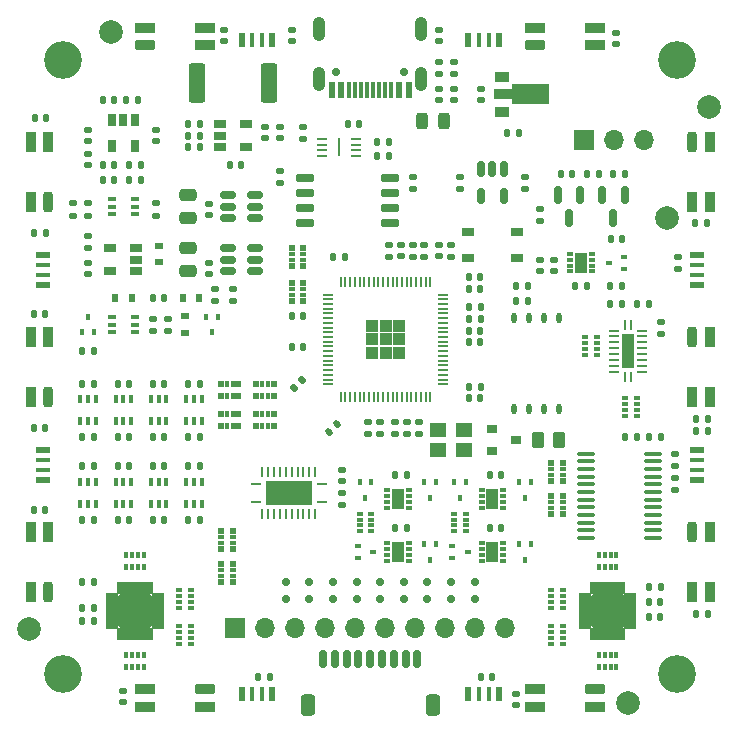
<source format=gts>
G04 #@! TF.GenerationSoftware,KiCad,Pcbnew,8.0.6*
G04 #@! TF.CreationDate,2024-11-01T16:37:01+01:00*
G04 #@! TF.ProjectId,7-REV0,372d5245-5630-42e6-9b69-6361645f7063,rev?*
G04 #@! TF.SameCoordinates,Original*
G04 #@! TF.FileFunction,Soldermask,Top*
G04 #@! TF.FilePolarity,Negative*
%FSLAX46Y46*%
G04 Gerber Fmt 4.6, Leading zero omitted, Abs format (unit mm)*
G04 Created by KiCad (PCBNEW 8.0.6) date 2024-11-01 16:37:01*
%MOMM*%
%LPD*%
G01*
G04 APERTURE LIST*
G04 Aperture macros list*
%AMRoundRect*
0 Rectangle with rounded corners*
0 $1 Rounding radius*
0 $2 $3 $4 $5 $6 $7 $8 $9 X,Y pos of 4 corners*
0 Add a 4 corners polygon primitive as box body*
4,1,4,$2,$3,$4,$5,$6,$7,$8,$9,$2,$3,0*
0 Add four circle primitives for the rounded corners*
1,1,$1+$1,$2,$3*
1,1,$1+$1,$4,$5*
1,1,$1+$1,$6,$7*
1,1,$1+$1,$8,$9*
0 Add four rect primitives between the rounded corners*
20,1,$1+$1,$2,$3,$4,$5,0*
20,1,$1+$1,$4,$5,$6,$7,0*
20,1,$1+$1,$6,$7,$8,$9,0*
20,1,$1+$1,$8,$9,$2,$3,0*%
%AMFreePoly0*
4,1,5,0.215000,-0.575000,-0.215000,-0.575000,-0.215000,0.575000,0.215000,0.575000,0.215000,-0.575000,0.215000,-0.575000,$1*%
%AMFreePoly1*
4,1,9,3.862500,-0.866500,0.737500,-0.866500,0.737500,-0.450000,-0.737500,-0.450000,-0.737500,0.450000,0.737500,0.450000,0.737500,0.866500,3.862500,0.866500,3.862500,-0.866500,3.862500,-0.866500,$1*%
G04 Aperture macros list end*
%ADD10R,1.700000X0.820000*%
%ADD11RoundRect,0.205000X0.645000X0.205000X-0.645000X0.205000X-0.645000X-0.205000X0.645000X-0.205000X0*%
%ADD12RoundRect,0.205000X-0.645000X-0.205000X0.645000X-0.205000X0.645000X0.205000X-0.645000X0.205000X0*%
%ADD13R,0.820000X1.700000*%
%ADD14RoundRect,0.205000X-0.205000X0.645000X-0.205000X-0.645000X0.205000X-0.645000X0.205000X0.645000X0*%
%ADD15RoundRect,0.205000X0.205000X-0.645000X0.205000X0.645000X-0.205000X0.645000X-0.205000X-0.645000X0*%
%ADD16RoundRect,0.147500X-0.147500X-0.172500X0.147500X-0.172500X0.147500X0.172500X-0.147500X0.172500X0*%
%ADD17RoundRect,0.147500X0.147500X0.172500X-0.147500X0.172500X-0.147500X-0.172500X0.147500X-0.172500X0*%
%ADD18RoundRect,0.140000X-0.140000X-0.170000X0.140000X-0.170000X0.140000X0.170000X-0.140000X0.170000X0*%
%ADD19RoundRect,0.147500X0.172500X-0.147500X0.172500X0.147500X-0.172500X0.147500X-0.172500X-0.147500X0*%
%ADD20RoundRect,0.147500X-0.017678X0.226274X-0.226274X0.017678X0.017678X-0.226274X0.226274X-0.017678X0*%
%ADD21C,3.200000*%
%ADD22R,0.400000X0.650000*%
%ADD23RoundRect,0.243750X0.243750X0.456250X-0.243750X0.456250X-0.243750X-0.456250X0.243750X-0.456250X0*%
%ADD24RoundRect,0.140000X0.140000X0.170000X-0.140000X0.170000X-0.140000X-0.170000X0.140000X-0.170000X0*%
%ADD25RoundRect,0.140000X0.170000X-0.140000X0.170000X0.140000X-0.170000X0.140000X-0.170000X-0.140000X0*%
%ADD26RoundRect,0.147500X-0.172500X0.147500X-0.172500X-0.147500X0.172500X-0.147500X0.172500X0.147500X0*%
%ADD27RoundRect,0.135000X0.135000X0.185000X-0.135000X0.185000X-0.135000X-0.185000X0.135000X-0.185000X0*%
%ADD28RoundRect,0.140000X-0.170000X0.140000X-0.170000X-0.140000X0.170000X-0.140000X0.170000X0.140000X0*%
%ADD29RoundRect,0.030000X0.200000X-0.250000X0.200000X0.250000X-0.200000X0.250000X-0.200000X-0.250000X0*%
%ADD30RoundRect,0.030000X0.150000X-0.250000X0.150000X0.250000X-0.150000X0.250000X-0.150000X-0.250000X0*%
%ADD31RoundRect,0.249998X-0.262502X-0.450002X0.262502X-0.450002X0.262502X0.450002X-0.262502X0.450002X0*%
%ADD32RoundRect,0.150000X-0.650000X-0.150000X0.650000X-0.150000X0.650000X0.150000X-0.650000X0.150000X0*%
%ADD33C,2.000000*%
%ADD34R,1.700000X1.700000*%
%ADD35O,1.700000X1.700000*%
%ADD36RoundRect,0.135000X-0.185000X0.135000X-0.185000X-0.135000X0.185000X-0.135000X0.185000X0.135000X0*%
%ADD37RoundRect,0.150000X-0.150000X-0.625000X0.150000X-0.625000X0.150000X0.625000X-0.150000X0.625000X0*%
%ADD38RoundRect,0.249999X-0.350001X-0.650001X0.350001X-0.650001X0.350001X0.650001X-0.350001X0.650001X0*%
%ADD39RoundRect,0.062500X-0.062500X-0.350000X0.062500X-0.350000X0.062500X0.350000X-0.062500X0.350000X0*%
%ADD40RoundRect,0.062500X-0.350000X-0.062500X0.350000X-0.062500X0.350000X0.062500X-0.350000X0.062500X0*%
%ADD41R,1.000000X3.000000*%
%ADD42R,1.400000X1.200000*%
%ADD43R,0.900000X0.800000*%
%ADD44R,1.050000X0.650000*%
%ADD45R,0.700000X0.600000*%
%ADD46RoundRect,0.135000X0.185000X-0.135000X0.185000X0.135000X-0.185000X0.135000X-0.185000X-0.135000X0*%
%ADD47RoundRect,0.249999X0.450001X1.425001X-0.450001X1.425001X-0.450001X-1.425001X0.450001X-1.425001X0*%
%ADD48R,0.400000X0.510000*%
%ADD49R,0.650000X1.060000*%
%ADD50R,0.650000X0.400000*%
%ADD51R,0.600000X0.700000*%
%ADD52RoundRect,0.030000X0.250000X0.200000X-0.250000X0.200000X-0.250000X-0.200000X0.250000X-0.200000X0*%
%ADD53RoundRect,0.030000X0.250000X0.150000X-0.250000X0.150000X-0.250000X-0.150000X0.250000X-0.150000X0*%
%ADD54RoundRect,0.100000X-0.637500X-0.100000X0.637500X-0.100000X0.637500X0.100000X-0.637500X0.100000X0*%
%ADD55RoundRect,0.135000X-0.135000X-0.185000X0.135000X-0.185000X0.135000X0.185000X-0.135000X0.185000X0*%
%ADD56RoundRect,0.030000X-0.250000X-0.200000X0.250000X-0.200000X0.250000X0.200000X-0.250000X0.200000X0*%
%ADD57RoundRect,0.030000X-0.250000X-0.150000X0.250000X-0.150000X0.250000X0.150000X-0.250000X0.150000X0*%
%ADD58C,0.700000*%
%ADD59R,0.600000X1.450000*%
%ADD60R,0.300000X1.450000*%
%ADD61O,1.050000X2.100000*%
%ADD62FreePoly0,90.000000*%
%ADD63R,1.150000X0.430000*%
%ADD64FreePoly0,0.000000*%
%ADD65R,0.430000X1.150000*%
%ADD66FreePoly0,270.000000*%
%ADD67FreePoly0,180.000000*%
%ADD68R,0.500000X0.400000*%
%ADD69R,0.500000X0.300000*%
%ADD70R,1.300000X0.900000*%
%ADD71FreePoly1,0.000000*%
%ADD72R,1.060000X0.650000*%
%ADD73RoundRect,0.202500X0.022500X-0.247500X0.022500X0.247500X-0.022500X0.247500X-0.022500X-0.247500X0*%
%ADD74RoundRect,0.100000X0.100000X-0.155000X0.100000X0.155000X-0.100000X0.155000X-0.100000X-0.155000X0*%
%ADD75R,0.400000X0.500000*%
%ADD76R,0.300000X0.500000*%
%ADD77R,1.050000X1.750000*%
%ADD78R,0.900000X0.290000*%
%ADD79R,0.290000X0.900000*%
%ADD80R,4.000000X2.000000*%
%ADD81RoundRect,0.100000X0.155000X0.100000X-0.155000X0.100000X-0.155000X-0.100000X0.155000X-0.100000X0*%
%ADD82RoundRect,0.150000X-0.200000X0.150000X-0.200000X-0.150000X0.200000X-0.150000X0.200000X0.150000X0*%
%ADD83RoundRect,0.140000X-0.021213X0.219203X-0.219203X0.021213X0.021213X-0.219203X0.219203X-0.021213X0*%
%ADD84RoundRect,0.150000X-0.512500X-0.150000X0.512500X-0.150000X0.512500X0.150000X-0.512500X0.150000X0*%
%ADD85RoundRect,0.250000X0.475000X-0.250000X0.475000X0.250000X-0.475000X0.250000X-0.475000X-0.250000X0*%
%ADD86RoundRect,0.055000X0.335000X-0.055000X0.335000X0.055000X-0.335000X0.055000X-0.335000X-0.055000X0*%
%ADD87RoundRect,0.055000X-0.055000X-0.335000X0.055000X-0.335000X0.055000X0.335000X-0.055000X0.335000X0*%
%ADD88C,0.600000*%
%ADD89R,1.133333X1.133333*%
%ADD90RoundRect,0.059250X0.177750X-0.472750X0.177750X0.472750X-0.177750X0.472750X-0.177750X-0.472750X0*%
%ADD91RoundRect,0.059250X0.472750X-0.177750X0.472750X0.177750X-0.472750X0.177750X-0.472750X-0.177750X0*%
%ADD92RoundRect,0.102000X1.300000X-1.300000X1.300000X1.300000X-1.300000X1.300000X-1.300000X-1.300000X0*%
%ADD93RoundRect,0.100000X-0.155000X-0.100000X0.155000X-0.100000X0.155000X0.100000X-0.155000X0.100000X0*%
%ADD94RoundRect,0.150000X-0.150000X0.587500X-0.150000X-0.587500X0.150000X-0.587500X0.150000X0.587500X0*%
%ADD95RoundRect,0.150000X-0.150000X0.512500X-0.150000X-0.512500X0.150000X-0.512500X0.150000X0.512500X0*%
%ADD96RoundRect,0.059250X-0.177750X0.472750X-0.177750X-0.472750X0.177750X-0.472750X0.177750X0.472750X0*%
%ADD97RoundRect,0.059250X-0.472750X0.177750X-0.472750X-0.177750X0.472750X-0.177750X0.472750X0.177750X0*%
%ADD98RoundRect,0.102000X-1.300000X1.300000X-1.300000X-1.300000X1.300000X-1.300000X1.300000X1.300000X0*%
%ADD99RoundRect,0.062500X-0.387500X-0.062500X0.387500X-0.062500X0.387500X0.062500X-0.387500X0.062500X0*%
%ADD100R,0.200000X1.600000*%
G04 APERTURE END LIST*
D10*
X115950000Y-61350000D03*
X115950000Y-62850000D03*
D11*
X110850000Y-62850000D03*
D10*
X110850000Y-61350000D03*
X143850000Y-118850000D03*
X143850000Y-117350000D03*
D12*
X148950000Y-117350000D03*
D10*
X148950000Y-118850000D03*
D13*
X101150000Y-104050000D03*
X102650000Y-104050000D03*
D14*
X102650000Y-109150000D03*
D13*
X101150000Y-109150000D03*
D10*
X148950000Y-61350000D03*
X148950000Y-62850000D03*
D11*
X143850000Y-62850000D03*
D10*
X143850000Y-61350000D03*
D13*
X158650000Y-76150000D03*
X157150000Y-76150000D03*
D15*
X157150000Y-71050000D03*
D13*
X158650000Y-71050000D03*
D10*
X110850000Y-118850000D03*
X110850000Y-117350000D03*
D12*
X115950000Y-117350000D03*
D10*
X115950000Y-118850000D03*
D13*
X101150000Y-71050000D03*
X102650000Y-71050000D03*
D14*
X102650000Y-76150000D03*
D13*
X101150000Y-76150000D03*
X101150000Y-87550000D03*
X102650000Y-87550000D03*
D14*
X102650000Y-92650000D03*
D13*
X101150000Y-92650000D03*
D16*
X141515000Y-70250000D03*
X142485000Y-70250000D03*
X111515000Y-98500000D03*
X112485000Y-98500000D03*
X105515000Y-98500000D03*
X106485000Y-98500000D03*
D17*
X112485000Y-103000000D03*
X111515000Y-103000000D03*
X106485000Y-96000000D03*
X105515000Y-96000000D03*
X154485000Y-96000000D03*
X153515000Y-96000000D03*
D16*
X114515000Y-98500000D03*
X115485000Y-98500000D03*
X108515000Y-98500000D03*
X109485000Y-98500000D03*
X138265000Y-82500000D03*
X139235000Y-82500000D03*
D18*
X138270000Y-83500000D03*
X139230000Y-83500000D03*
D19*
X131500000Y-80735000D03*
X131500000Y-79765000D03*
D20*
X124142947Y-91157053D03*
X123457053Y-91842947D03*
D21*
X155900000Y-116100000D03*
D16*
X138265000Y-88000000D03*
X139235000Y-88000000D03*
X130515000Y-72250000D03*
X131485000Y-72250000D03*
D21*
X155900000Y-64100000D03*
D19*
X133000000Y-95735000D03*
X133000000Y-94765000D03*
D18*
X138270000Y-87000000D03*
X139230000Y-87000000D03*
D21*
X103900000Y-64100000D03*
X103900000Y-116100000D03*
D22*
X106650000Y-92800000D03*
X106000000Y-92800000D03*
X105350000Y-92800000D03*
X105350000Y-94700000D03*
X106000000Y-94700000D03*
X106650000Y-94700000D03*
X115650000Y-92800000D03*
X115000000Y-92800000D03*
X114350000Y-92800000D03*
X114350000Y-94700000D03*
X115000000Y-94700000D03*
X115650000Y-94700000D03*
X106650000Y-99800000D03*
X106000000Y-99800000D03*
X105350000Y-99800000D03*
X105350000Y-101700000D03*
X106000000Y-101700000D03*
X106650000Y-101700000D03*
X112650000Y-99800000D03*
X112000000Y-99800000D03*
X111350000Y-99800000D03*
X111350000Y-101700000D03*
X112000000Y-101700000D03*
X112650000Y-101700000D03*
D19*
X133500000Y-80735000D03*
X133500000Y-79765000D03*
X134500000Y-80735000D03*
X134500000Y-79765000D03*
X137000000Y-65265000D03*
X137000000Y-64295000D03*
D23*
X136187500Y-69250000D03*
X134312500Y-69250000D03*
D18*
X157420000Y-77900000D03*
X158380000Y-77900000D03*
D24*
X102430000Y-78700000D03*
X101470000Y-78700000D03*
D25*
X135750000Y-62480000D03*
X135750000Y-61520000D03*
D24*
X102480000Y-69000000D03*
X101520000Y-69000000D03*
X102380000Y-85600000D03*
X101420000Y-85600000D03*
X102380000Y-95250000D03*
X101420000Y-95250000D03*
D25*
X150750000Y-62730000D03*
X150750000Y-61770000D03*
X123250000Y-62480000D03*
X123250000Y-61520000D03*
D26*
X134000000Y-94765000D03*
X134000000Y-95735000D03*
D27*
X143260000Y-83250000D03*
X142240000Y-83250000D03*
D28*
X133500000Y-74020000D03*
X133500000Y-74980000D03*
X135750000Y-66520000D03*
X135750000Y-67480000D03*
X137000000Y-66520000D03*
X137000000Y-67480000D03*
D24*
X124230000Y-85800000D03*
X123270000Y-85800000D03*
D29*
X117250000Y-95050000D03*
D30*
X117750000Y-95050000D03*
X118250000Y-95050000D03*
D29*
X118750000Y-95050000D03*
X118750000Y-94050000D03*
D30*
X118250000Y-94050000D03*
X117750000Y-94050000D03*
D29*
X117250000Y-94050000D03*
D31*
X144087500Y-96250000D03*
X145912500Y-96250000D03*
D29*
X120250000Y-95050000D03*
D30*
X120750000Y-95050000D03*
X121250000Y-95050000D03*
D29*
X121750000Y-95050000D03*
X121750000Y-94050000D03*
D30*
X121250000Y-94050000D03*
X120750000Y-94050000D03*
D29*
X120250000Y-94050000D03*
D32*
X124400000Y-74095000D03*
X124400000Y-75365000D03*
X124400000Y-76635000D03*
X124400000Y-77905000D03*
X131600000Y-77905000D03*
X131600000Y-76635000D03*
X131600000Y-75365000D03*
X131600000Y-74095000D03*
D33*
X158600000Y-68050000D03*
X101050000Y-112300000D03*
D28*
X142250000Y-117770000D03*
X142250000Y-118730000D03*
D24*
X102380000Y-102200000D03*
X101420000Y-102200000D03*
X140230000Y-116332000D03*
X139270000Y-116332000D03*
X121384000Y-116332000D03*
X120424000Y-116332000D03*
D28*
X109000000Y-117520000D03*
X109000000Y-118480000D03*
D25*
X139250000Y-67480000D03*
X139250000Y-66520000D03*
D34*
X148010000Y-70850000D03*
D35*
X150550000Y-70850000D03*
X153090000Y-70850000D03*
D36*
X122250000Y-73490000D03*
X122250000Y-74510000D03*
D33*
X108000000Y-61750000D03*
X155000000Y-77500000D03*
X151750000Y-118500000D03*
D18*
X157520000Y-111000000D03*
X158480000Y-111000000D03*
D19*
X135750000Y-65265000D03*
X135750000Y-64295000D03*
D37*
X125900000Y-114820000D03*
X126900000Y-114820000D03*
X127900000Y-114820000D03*
X128900000Y-114820000D03*
X129900000Y-114820000D03*
X130900000Y-114820000D03*
X131900000Y-114820000D03*
X132900000Y-114820000D03*
X133900000Y-114820000D03*
D38*
X124600000Y-118695000D03*
X135200000Y-118695000D03*
D39*
X151500000Y-86562500D03*
D40*
X150562500Y-87000000D03*
X150562500Y-87500000D03*
X150562500Y-88000000D03*
X150562500Y-88500000D03*
X150562500Y-89000000D03*
X150562500Y-89500000D03*
X150562500Y-90000000D03*
X150562500Y-90500000D03*
D39*
X151500000Y-90937500D03*
X152000000Y-90937500D03*
D40*
X152937500Y-90500000D03*
X152937500Y-90000000D03*
X152937500Y-89500000D03*
X152937500Y-89000000D03*
X152937500Y-88500000D03*
X152937500Y-88000000D03*
X152937500Y-87500000D03*
X152937500Y-87000000D03*
D39*
X152000000Y-86562500D03*
D41*
X151750000Y-88750000D03*
D42*
X135650000Y-97100000D03*
X137850000Y-97100000D03*
X137850000Y-95400000D03*
X135650000Y-95400000D03*
D26*
X145500000Y-81015000D03*
X145500000Y-81985000D03*
X129750000Y-94765000D03*
X129750000Y-95735000D03*
D43*
X140250000Y-95300000D03*
X140250000Y-97200000D03*
X142250000Y-96250000D03*
D26*
X130750000Y-94765000D03*
X130750000Y-95735000D03*
D44*
X142325000Y-80825000D03*
X138175000Y-80825000D03*
X142325000Y-78675000D03*
X138175000Y-78675000D03*
D45*
X112000000Y-81200000D03*
X112000000Y-79800000D03*
D18*
X157520000Y-95500000D03*
X158480000Y-95500000D03*
D26*
X121000000Y-69765000D03*
X121000000Y-70735000D03*
D19*
X122250000Y-70735000D03*
X122250000Y-69765000D03*
X106000000Y-70985000D03*
X106000000Y-70015000D03*
D46*
X111500000Y-87010000D03*
X111500000Y-85990000D03*
D36*
X112750000Y-85990000D03*
X112750000Y-87010000D03*
D17*
X112485000Y-84250000D03*
X111515000Y-84250000D03*
D16*
X105515000Y-88750000D03*
X106485000Y-88750000D03*
D46*
X111750000Y-77260000D03*
X111750000Y-76240000D03*
D36*
X104750000Y-76240000D03*
X104750000Y-77260000D03*
X106000000Y-76240000D03*
X106000000Y-77260000D03*
D24*
X110230000Y-67500000D03*
X109270000Y-67500000D03*
D19*
X106000000Y-72985000D03*
X106000000Y-72015000D03*
D17*
X118985000Y-73000000D03*
X118015000Y-73000000D03*
D47*
X121300000Y-66000000D03*
X115200000Y-66000000D03*
D17*
X115485000Y-69500000D03*
X114515000Y-69500000D03*
X115485000Y-70500000D03*
X114515000Y-70500000D03*
D16*
X109515000Y-74250000D03*
X110485000Y-74250000D03*
X107265000Y-74250000D03*
X108235000Y-74250000D03*
D19*
X106000000Y-82235000D03*
X106000000Y-81265000D03*
D17*
X115485000Y-71500000D03*
X114515000Y-71500000D03*
D36*
X106000000Y-78990000D03*
X106000000Y-80010000D03*
D25*
X117500000Y-62480000D03*
X117500000Y-61520000D03*
D48*
X105500000Y-87145000D03*
X106500000Y-87145000D03*
X106000000Y-85855000D03*
D46*
X118250000Y-84510000D03*
X118250000Y-83490000D03*
X116750000Y-84510000D03*
X116750000Y-83490000D03*
D25*
X111750000Y-70980000D03*
X111750000Y-70020000D03*
D16*
X107265000Y-67500000D03*
X108235000Y-67500000D03*
D49*
X109950000Y-69150000D03*
X109000000Y-69150000D03*
X108050000Y-69150000D03*
X108050000Y-71350000D03*
X109950000Y-71350000D03*
D50*
X109950000Y-77150000D03*
X109950000Y-76500000D03*
X109950000Y-75850000D03*
X108050000Y-75850000D03*
X108050000Y-76500000D03*
X108050000Y-77150000D03*
X109950000Y-87150000D03*
X109950000Y-86500000D03*
X109950000Y-85850000D03*
X108050000Y-85850000D03*
X108050000Y-86500000D03*
X108050000Y-87150000D03*
D51*
X108300000Y-84250000D03*
X109700000Y-84250000D03*
D52*
X118250000Y-105500000D03*
D53*
X118250000Y-105000000D03*
X118250000Y-104500000D03*
D52*
X118250000Y-104000000D03*
X117250000Y-104000000D03*
D53*
X117250000Y-104500000D03*
X117250000Y-105000000D03*
D52*
X117250000Y-105500000D03*
D54*
X148137500Y-97425000D03*
X148137500Y-98075000D03*
X148137500Y-98725000D03*
X148137500Y-99375000D03*
X148137500Y-100025000D03*
X148137500Y-100675000D03*
X148137500Y-101325000D03*
X148137500Y-101975000D03*
X148137500Y-102625000D03*
X148137500Y-103275000D03*
X148137500Y-103925000D03*
X148137500Y-104575000D03*
X153862500Y-104575000D03*
X153862500Y-103925000D03*
X153862500Y-103275000D03*
X153862500Y-102625000D03*
X153862500Y-101975000D03*
X153862500Y-101325000D03*
X153862500Y-100675000D03*
X153862500Y-100025000D03*
X153862500Y-99375000D03*
X153862500Y-98725000D03*
X153862500Y-98075000D03*
X153862500Y-97425000D03*
D22*
X109650000Y-99800000D03*
X109000000Y-99800000D03*
X108350000Y-99800000D03*
X108350000Y-101700000D03*
X109000000Y-101700000D03*
X109650000Y-101700000D03*
D17*
X106485000Y-103000000D03*
X105515000Y-103000000D03*
D55*
X138240000Y-91750000D03*
X139260000Y-91750000D03*
D17*
X109485000Y-103000000D03*
X108515000Y-103000000D03*
D56*
X123250000Y-80000000D03*
D57*
X123250000Y-80500000D03*
X123250000Y-81000000D03*
D56*
X123250000Y-81500000D03*
X124250000Y-81500000D03*
D57*
X124250000Y-81000000D03*
X124250000Y-80500000D03*
D56*
X124250000Y-80000000D03*
D24*
X153480000Y-84750000D03*
X152520000Y-84750000D03*
D22*
X112650000Y-92800000D03*
X112000000Y-92800000D03*
X111350000Y-92800000D03*
X111350000Y-94700000D03*
X112000000Y-94700000D03*
X112650000Y-94700000D03*
D56*
X123250000Y-83000000D03*
D57*
X123250000Y-83500000D03*
X123250000Y-84000000D03*
D56*
X123250000Y-84500000D03*
X124250000Y-84500000D03*
D57*
X124250000Y-84000000D03*
X124250000Y-83500000D03*
D56*
X124250000Y-83000000D03*
D29*
X117250000Y-92500000D03*
D30*
X117750000Y-92500000D03*
X118250000Y-92500000D03*
D29*
X118750000Y-92500000D03*
X118750000Y-91500000D03*
D30*
X118250000Y-91500000D03*
X117750000Y-91500000D03*
D29*
X117250000Y-91500000D03*
D22*
X109650000Y-92800000D03*
X109000000Y-92800000D03*
X108350000Y-92800000D03*
X108350000Y-94700000D03*
X109000000Y-94700000D03*
X109650000Y-94700000D03*
D17*
X112485000Y-96000000D03*
X111515000Y-96000000D03*
D16*
X114515000Y-91500000D03*
X115485000Y-91500000D03*
X105515000Y-91500000D03*
X106485000Y-91500000D03*
X108515000Y-91500000D03*
X109485000Y-91500000D03*
D17*
X109485000Y-96000000D03*
X108515000Y-96000000D03*
D16*
X111515000Y-91500000D03*
X112485000Y-91500000D03*
D29*
X120250000Y-92550000D03*
D30*
X120750000Y-92550000D03*
X121250000Y-92550000D03*
D29*
X121750000Y-92550000D03*
X121750000Y-91550000D03*
D30*
X121250000Y-91550000D03*
X120750000Y-91550000D03*
D29*
X120250000Y-91550000D03*
D22*
X115650000Y-99800000D03*
X115000000Y-99800000D03*
X114350000Y-99800000D03*
X114350000Y-101700000D03*
X115000000Y-101700000D03*
X115650000Y-101700000D03*
D13*
X158650000Y-109150000D03*
X157150000Y-109150000D03*
D15*
X157150000Y-104050000D03*
D13*
X158650000Y-104050000D03*
D58*
X132790000Y-65150000D03*
X127010000Y-65150000D03*
D59*
X133150000Y-66595000D03*
X132350000Y-66595000D03*
D60*
X131150000Y-66595000D03*
X130150000Y-66595000D03*
X129650000Y-66595000D03*
X128650000Y-66595000D03*
D59*
X126650000Y-66595000D03*
X127450000Y-66595000D03*
D60*
X128150000Y-66595000D03*
X129150000Y-66595000D03*
X130650000Y-66595000D03*
X131650000Y-66595000D03*
D61*
X134220000Y-65680000D03*
X125580000Y-65680000D03*
X134220000Y-61500000D03*
X125580000Y-61500000D03*
D17*
X115485000Y-103000000D03*
X114515000Y-103000000D03*
D62*
X157575000Y-97075000D03*
D63*
X157575000Y-97925000D03*
X157575000Y-98775000D03*
D62*
X157575000Y-99625000D03*
D64*
X140775000Y-117775000D03*
D65*
X139925000Y-117775000D03*
X139075000Y-117775000D03*
D64*
X138225000Y-117775000D03*
X121575000Y-117775000D03*
D65*
X120725000Y-117775000D03*
X119875000Y-117775000D03*
D64*
X119025000Y-117775000D03*
D66*
X102225000Y-99625000D03*
D63*
X102225000Y-98775000D03*
X102225000Y-97925000D03*
D66*
X102225000Y-97075000D03*
X102225000Y-83125000D03*
D63*
X102225000Y-82275000D03*
X102225000Y-81425000D03*
D66*
X102225000Y-80575000D03*
D67*
X119025000Y-62425000D03*
D65*
X119875000Y-62425000D03*
X120725000Y-62425000D03*
D67*
X121575000Y-62425000D03*
X138225000Y-62425000D03*
D65*
X139075000Y-62425000D03*
X139925000Y-62425000D03*
D67*
X140775000Y-62425000D03*
D68*
X151500000Y-92750000D03*
D69*
X151500000Y-93250000D03*
X151500000Y-93750000D03*
D68*
X151500000Y-94250000D03*
X152500000Y-94250000D03*
D69*
X152500000Y-93750000D03*
X152500000Y-93250000D03*
D68*
X152500000Y-92750000D03*
D52*
X118250000Y-108250000D03*
D53*
X118250000Y-107750000D03*
X118250000Y-107250000D03*
D52*
X118250000Y-106750000D03*
X117250000Y-106750000D03*
D53*
X117250000Y-107250000D03*
X117250000Y-107750000D03*
D52*
X117250000Y-108250000D03*
D17*
X115485000Y-96000000D03*
X114515000Y-96000000D03*
D51*
X114050000Y-84250000D03*
X115450000Y-84250000D03*
D48*
X117000000Y-85855000D03*
X116000000Y-85855000D03*
X116500000Y-87145000D03*
D70*
X141100000Y-65500000D03*
D71*
X141187500Y-67000000D03*
D70*
X141100000Y-68500000D03*
D24*
X110480000Y-73000000D03*
X109520000Y-73000000D03*
D17*
X108235000Y-73000000D03*
X107265000Y-73000000D03*
D45*
X114250000Y-85800000D03*
X114250000Y-87200000D03*
D72*
X110100000Y-81950000D03*
X110100000Y-81000000D03*
X110100000Y-80050000D03*
X107900000Y-80050000D03*
X107900000Y-81950000D03*
D52*
X146250000Y-102500000D03*
D53*
X146250000Y-102000000D03*
X146250000Y-101500000D03*
D52*
X146250000Y-101000000D03*
X145250000Y-101000000D03*
D53*
X145250000Y-101500000D03*
X145250000Y-102000000D03*
D52*
X145250000Y-102500000D03*
X146250000Y-99750000D03*
D53*
X146250000Y-99250000D03*
X146250000Y-98750000D03*
D52*
X146250000Y-98250000D03*
X145250000Y-98250000D03*
D53*
X145250000Y-98750000D03*
X145250000Y-99250000D03*
D52*
X145250000Y-99750000D03*
D72*
X117150000Y-69550000D03*
X117150000Y-70500000D03*
X117150000Y-71450000D03*
X119350000Y-71450000D03*
X119350000Y-69550000D03*
D26*
X144250000Y-81015000D03*
X144250000Y-81985000D03*
D18*
X157520000Y-94500000D03*
X158480000Y-94500000D03*
D13*
X158650000Y-92650000D03*
X157150000Y-92650000D03*
D15*
X157150000Y-87550000D03*
D13*
X158650000Y-87550000D03*
D18*
X142270000Y-84500000D03*
X143230000Y-84500000D03*
D73*
X142095000Y-93600000D03*
X143365000Y-93600000D03*
X144635000Y-93600000D03*
X145905000Y-93600000D03*
X145905000Y-85900000D03*
X144635000Y-85900000D03*
X143365000Y-85900000D03*
X142095000Y-85900000D03*
D46*
X154500000Y-87260000D03*
X154500000Y-86240000D03*
D27*
X139260000Y-86000000D03*
X138240000Y-86000000D03*
D74*
X135500000Y-99855000D03*
X134500000Y-99855000D03*
X135000000Y-101145000D03*
D18*
X105520000Y-110500000D03*
X106480000Y-110500000D03*
D62*
X157575000Y-80575000D03*
D63*
X157575000Y-81425000D03*
X157575000Y-82275000D03*
D62*
X157575000Y-83125000D03*
D27*
X106510000Y-108250000D03*
X105490000Y-108250000D03*
D24*
X148230000Y-83250000D03*
X147270000Y-83250000D03*
D28*
X155956000Y-80800000D03*
X155956000Y-81760000D03*
D24*
X127730000Y-80800000D03*
X126770000Y-80800000D03*
D75*
X150750000Y-106000000D03*
D76*
X150250000Y-106000000D03*
X149750000Y-106000000D03*
D75*
X149250000Y-106000000D03*
X149250000Y-107000000D03*
D76*
X149750000Y-107000000D03*
X150250000Y-107000000D03*
D75*
X150750000Y-107000000D03*
D55*
X151490000Y-96000000D03*
X152510000Y-96000000D03*
D74*
X138000000Y-99855000D03*
X137000000Y-99855000D03*
X137500000Y-101145000D03*
D46*
X132000000Y-95760000D03*
X132000000Y-94740000D03*
D69*
X148650000Y-82000000D03*
X148650000Y-81500000D03*
X148650000Y-81000000D03*
X148650000Y-80500000D03*
X146850000Y-80500000D03*
X146850000Y-81000000D03*
X146850000Y-81500000D03*
X146850000Y-82000000D03*
D77*
X147750000Y-81250000D03*
D25*
X116250000Y-77230000D03*
X116250000Y-76270000D03*
D28*
X137500000Y-74020000D03*
X137500000Y-74980000D03*
D74*
X143500000Y-105105000D03*
X142500000Y-105105000D03*
X143000000Y-106395000D03*
D25*
X127500000Y-101730000D03*
X127500000Y-100770000D03*
D18*
X140020000Y-99250000D03*
X140980000Y-99250000D03*
D68*
X146250000Y-113500000D03*
D69*
X146250000Y-113000000D03*
X146250000Y-112500000D03*
D68*
X146250000Y-112000000D03*
X145250000Y-112000000D03*
D69*
X145250000Y-112500000D03*
X145250000Y-113000000D03*
D68*
X145250000Y-113500000D03*
D28*
X127500000Y-98770000D03*
X127500000Y-99730000D03*
D78*
X125800000Y-100000000D03*
D79*
X125250000Y-98950000D03*
X124750000Y-98950000D03*
X124250000Y-98950000D03*
X123750000Y-98950000D03*
X123250000Y-98950000D03*
X122750000Y-98950000D03*
X122250000Y-98950000D03*
X121750000Y-98950000D03*
X121250000Y-98950000D03*
X120750000Y-98950000D03*
D78*
X120200000Y-100000000D03*
X120200000Y-101500000D03*
D79*
X120750000Y-102550000D03*
X121250000Y-102550000D03*
X121750000Y-102550000D03*
X122250000Y-102550000D03*
X122750000Y-102550000D03*
X123250000Y-102550000D03*
X123750000Y-102550000D03*
X124250000Y-102550000D03*
X124750000Y-102550000D03*
X125250000Y-102550000D03*
D78*
X125800000Y-101500000D03*
D80*
X123000000Y-100750000D03*
D81*
X136855000Y-105250000D03*
X136855000Y-106250000D03*
X138145000Y-105750000D03*
D24*
X146980000Y-73750000D03*
X146020000Y-73750000D03*
D18*
X150270000Y-79250000D03*
X151230000Y-79250000D03*
D68*
X145250000Y-109000000D03*
D69*
X145250000Y-109500000D03*
X145250000Y-110000000D03*
D68*
X145250000Y-110500000D03*
X146250000Y-110500000D03*
D69*
X146250000Y-110000000D03*
X146250000Y-109500000D03*
D68*
X146250000Y-109000000D03*
D55*
X150490000Y-73750000D03*
X151510000Y-73750000D03*
D25*
X143000000Y-74980000D03*
X143000000Y-74020000D03*
D74*
X130000000Y-99855000D03*
X129000000Y-99855000D03*
X129500000Y-101145000D03*
D36*
X124250000Y-69740000D03*
X124250000Y-70760000D03*
D82*
X124750000Y-109700000D03*
X124750000Y-108300000D03*
D68*
X114750000Y-113500000D03*
D69*
X114750000Y-113000000D03*
X114750000Y-112500000D03*
D68*
X114750000Y-112000000D03*
X113750000Y-112000000D03*
D69*
X113750000Y-112500000D03*
X113750000Y-113000000D03*
D68*
X113750000Y-113500000D03*
D24*
X124230000Y-88400000D03*
X123270000Y-88400000D03*
D27*
X149260000Y-73750000D03*
X148240000Y-73750000D03*
D83*
X127089411Y-94910589D03*
X126410589Y-95589411D03*
D74*
X143500000Y-99855000D03*
X142500000Y-99855000D03*
X143000000Y-101145000D03*
D84*
X117862500Y-75550000D03*
X117862500Y-76500000D03*
X117862500Y-77450000D03*
X120137500Y-77450000D03*
X120137500Y-76500000D03*
X120137500Y-75550000D03*
D69*
X131350000Y-105000000D03*
X131350000Y-105500000D03*
X131350000Y-106000000D03*
X131350000Y-106500000D03*
X133150000Y-106500000D03*
X133150000Y-106000000D03*
X133150000Y-105500000D03*
X133150000Y-105000000D03*
D77*
X132250000Y-105750000D03*
D68*
X113750000Y-109000000D03*
D69*
X113750000Y-109500000D03*
X113750000Y-110000000D03*
D68*
X113750000Y-110500000D03*
X114750000Y-110500000D03*
D69*
X114750000Y-110000000D03*
X114750000Y-109500000D03*
D68*
X114750000Y-109000000D03*
D81*
X128855000Y-105250000D03*
X128855000Y-106250000D03*
X130145000Y-105750000D03*
D69*
X139350000Y-100500000D03*
X139350000Y-101000000D03*
X139350000Y-101500000D03*
X139350000Y-102000000D03*
X141150000Y-102000000D03*
X141150000Y-101500000D03*
X141150000Y-101000000D03*
X141150000Y-100500000D03*
D77*
X140250000Y-101250000D03*
D69*
X131350000Y-100500000D03*
X131350000Y-101000000D03*
X131350000Y-101500000D03*
X131350000Y-102000000D03*
X133150000Y-102000000D03*
X133150000Y-101500000D03*
X133150000Y-101000000D03*
X133150000Y-100500000D03*
D77*
X132250000Y-101250000D03*
D85*
X114500000Y-77450000D03*
X114500000Y-75550000D03*
D75*
X109250000Y-115500000D03*
D76*
X109750000Y-115500000D03*
X110250000Y-115500000D03*
D75*
X110750000Y-115500000D03*
X110750000Y-114500000D03*
D76*
X110250000Y-114500000D03*
X109750000Y-114500000D03*
D75*
X109250000Y-114500000D03*
D68*
X148100000Y-87550000D03*
D69*
X148100000Y-88050000D03*
X148100000Y-88550000D03*
D68*
X148100000Y-89050000D03*
X149100000Y-89050000D03*
D69*
X149100000Y-88550000D03*
X149100000Y-88050000D03*
D68*
X149100000Y-87550000D03*
D86*
X126303500Y-83950000D03*
X126303500Y-84350000D03*
X126303500Y-84750000D03*
X126303500Y-85150000D03*
X126303500Y-85550000D03*
X126303500Y-85950000D03*
X126303500Y-86350000D03*
X126303500Y-86750000D03*
X126303500Y-87150000D03*
X126303500Y-87550000D03*
X126303500Y-87950000D03*
X126303500Y-88350000D03*
X126303500Y-88750000D03*
X126303500Y-89150000D03*
X126303500Y-89550000D03*
X126303500Y-89950000D03*
X126303500Y-90350000D03*
X126303500Y-90750000D03*
X126303500Y-91150000D03*
X126303500Y-91550000D03*
D87*
X127400000Y-92646500D03*
X127800000Y-92646500D03*
X128200000Y-92646500D03*
X128600000Y-92646500D03*
X129000000Y-92646500D03*
X129400000Y-92646500D03*
X129800000Y-92646500D03*
X130200000Y-92646500D03*
X130600000Y-92646500D03*
X131000000Y-92646500D03*
X131400000Y-92646500D03*
X131800000Y-92646500D03*
X132200000Y-92646500D03*
X132600000Y-92646500D03*
X133000000Y-92646500D03*
X133400000Y-92646500D03*
X133800000Y-92646500D03*
X134200000Y-92646500D03*
X134600000Y-92646500D03*
X135000000Y-92646500D03*
D86*
X136096500Y-91550000D03*
X136096500Y-91150000D03*
X136096500Y-90750000D03*
X136096500Y-90350000D03*
X136096500Y-89950000D03*
X136096500Y-89550000D03*
X136096500Y-89150000D03*
X136096500Y-88750000D03*
X136096500Y-88350000D03*
X136096500Y-87950000D03*
X136096500Y-87550000D03*
X136096500Y-87150000D03*
X136096500Y-86750000D03*
X136096500Y-86350000D03*
X136096500Y-85950000D03*
X136096500Y-85550000D03*
X136096500Y-85150000D03*
X136096500Y-84750000D03*
X136096500Y-84350000D03*
X136096500Y-83950000D03*
D87*
X135000000Y-82853500D03*
X134600000Y-82853500D03*
X134200000Y-82853500D03*
X133800000Y-82853500D03*
X133400000Y-82853500D03*
X133000000Y-82853500D03*
X132600000Y-82853500D03*
X132200000Y-82853500D03*
X131800000Y-82853500D03*
X131400000Y-82853500D03*
X131000000Y-82853500D03*
X130600000Y-82853500D03*
X130200000Y-82853500D03*
X129800000Y-82853500D03*
X129400000Y-82853500D03*
X129000000Y-82853500D03*
X128600000Y-82853500D03*
X128200000Y-82853500D03*
X127800000Y-82853500D03*
X127400000Y-82853500D03*
D88*
X130066667Y-86616667D03*
D89*
X130066667Y-86616667D03*
D88*
X130066667Y-87750000D03*
D89*
X130066667Y-87750000D03*
D88*
X130066667Y-88883333D03*
D89*
X130066667Y-88883333D03*
D88*
X131200000Y-86616667D03*
D89*
X131200000Y-86616667D03*
D88*
X131200000Y-87750000D03*
D89*
X131200000Y-87750000D03*
D88*
X131200000Y-88883333D03*
D89*
X131200000Y-88883333D03*
D88*
X132333333Y-86616667D03*
D89*
X132333333Y-86616667D03*
D88*
X132333333Y-87750000D03*
D89*
X132333333Y-87750000D03*
D88*
X132333333Y-88883333D03*
D89*
X132333333Y-88883333D03*
D55*
X150240000Y-83250000D03*
X151260000Y-83250000D03*
D18*
X130520000Y-71000000D03*
X131480000Y-71000000D03*
D75*
X150750000Y-114500000D03*
D76*
X150250000Y-114500000D03*
X149750000Y-114500000D03*
D75*
X149250000Y-114500000D03*
X149250000Y-115500000D03*
D76*
X149750000Y-115500000D03*
X150250000Y-115500000D03*
D75*
X150750000Y-115500000D03*
D69*
X139350000Y-105000000D03*
X139350000Y-105500000D03*
X139350000Y-106000000D03*
X139350000Y-106500000D03*
X141150000Y-106500000D03*
X141150000Y-106000000D03*
X141150000Y-105500000D03*
X141150000Y-105000000D03*
D77*
X140250000Y-105750000D03*
D82*
X138750000Y-109700000D03*
X138750000Y-108300000D03*
D55*
X150240000Y-84750000D03*
X151260000Y-84750000D03*
D90*
X108750000Y-112685000D03*
X109250000Y-112685000D03*
X109750000Y-112685000D03*
X110250000Y-112685000D03*
X110750000Y-112685000D03*
X111250000Y-112685000D03*
D91*
X111935000Y-112000000D03*
X111935000Y-111500000D03*
X111935000Y-111000000D03*
X111935000Y-110500000D03*
X111935000Y-110000000D03*
X111935000Y-109500000D03*
D90*
X111250000Y-108815000D03*
X110750000Y-108815000D03*
X110250000Y-108815000D03*
X109750000Y-108815000D03*
X109250000Y-108815000D03*
X108750000Y-108815000D03*
D91*
X108065000Y-109500000D03*
X108065000Y-110000000D03*
X108065000Y-110500000D03*
X108065000Y-111000000D03*
X108065000Y-111500000D03*
X108065000Y-112000000D03*
D92*
X110000000Y-110750000D03*
D36*
X155750000Y-99490000D03*
X155750000Y-100510000D03*
D74*
X135500000Y-105105000D03*
X134500000Y-105105000D03*
X135000000Y-106395000D03*
D82*
X122750000Y-109700000D03*
X122750000Y-108300000D03*
D75*
X109250000Y-107000000D03*
D76*
X109750000Y-107000000D03*
X110250000Y-107000000D03*
D75*
X110750000Y-107000000D03*
X110750000Y-106000000D03*
D76*
X110250000Y-106000000D03*
X109750000Y-106000000D03*
D75*
X109250000Y-106000000D03*
D93*
X151395000Y-81750000D03*
X151395000Y-80750000D03*
X150105000Y-81250000D03*
D36*
X136750000Y-79740000D03*
X136750000Y-80760000D03*
D84*
X117862500Y-80050000D03*
X117862500Y-81000000D03*
X117862500Y-81950000D03*
X120137500Y-81950000D03*
X120137500Y-81000000D03*
X120137500Y-80050000D03*
D27*
X139260000Y-85000000D03*
X138240000Y-85000000D03*
D24*
X154480000Y-110000000D03*
X153520000Y-110000000D03*
D94*
X151450000Y-75562500D03*
X149550000Y-75562500D03*
X150500000Y-77437500D03*
D85*
X114500000Y-81950000D03*
X114500000Y-80050000D03*
D18*
X132020000Y-99250000D03*
X132980000Y-99250000D03*
D82*
X136750000Y-109700000D03*
X136750000Y-108300000D03*
X126750000Y-109700000D03*
X126750000Y-108300000D03*
D18*
X132020000Y-103750000D03*
X132980000Y-103750000D03*
D36*
X144250000Y-76740000D03*
X144250000Y-77760000D03*
D25*
X116250000Y-82230000D03*
X116250000Y-81270000D03*
D94*
X147700000Y-75562500D03*
X145800000Y-75562500D03*
X146750000Y-77437500D03*
D27*
X154510000Y-108750000D03*
X153490000Y-108750000D03*
D25*
X135750000Y-80730000D03*
X135750000Y-79770000D03*
D95*
X141200000Y-73362500D03*
X140250000Y-73362500D03*
X139300000Y-73362500D03*
X139300000Y-75637500D03*
X141200000Y-75637500D03*
D96*
X151250000Y-108815000D03*
X150750000Y-108815000D03*
X150250000Y-108815000D03*
X149750000Y-108815000D03*
X149250000Y-108815000D03*
X148750000Y-108815000D03*
D97*
X148065000Y-109500000D03*
X148065000Y-110000000D03*
X148065000Y-110500000D03*
X148065000Y-111000000D03*
X148065000Y-111500000D03*
X148065000Y-112000000D03*
D96*
X148750000Y-112685000D03*
X149250000Y-112685000D03*
X149750000Y-112685000D03*
X150250000Y-112685000D03*
X150750000Y-112685000D03*
X151250000Y-112685000D03*
D97*
X151935000Y-112000000D03*
X151935000Y-111500000D03*
X151935000Y-111000000D03*
X151935000Y-110500000D03*
X151935000Y-110000000D03*
X151935000Y-109500000D03*
D98*
X150000000Y-110750000D03*
D82*
X134750000Y-109700000D03*
X134750000Y-108300000D03*
D18*
X105520000Y-111600000D03*
X106480000Y-111600000D03*
D24*
X128980000Y-69500000D03*
X128020000Y-69500000D03*
D82*
X128750000Y-109700000D03*
X128750000Y-108300000D03*
D25*
X132500000Y-80730000D03*
X132500000Y-79770000D03*
D82*
X130750000Y-109700000D03*
X130750000Y-108300000D03*
D24*
X154480000Y-111250000D03*
X153520000Y-111250000D03*
D82*
X132750000Y-109700000D03*
X132750000Y-108300000D03*
D18*
X140020000Y-103750000D03*
X140980000Y-103750000D03*
D68*
X130000000Y-104000000D03*
D69*
X130000000Y-103500000D03*
X130000000Y-103000000D03*
D68*
X130000000Y-102500000D03*
X129000000Y-102500000D03*
D69*
X129000000Y-103000000D03*
X129000000Y-103500000D03*
D68*
X129000000Y-104000000D03*
D99*
X125825000Y-70750000D03*
X125825000Y-71250000D03*
X125825000Y-71750000D03*
X125825000Y-72250000D03*
X128675000Y-72250000D03*
X128675000Y-71750000D03*
X128675000Y-71250000D03*
X128675000Y-70750000D03*
D100*
X127250000Y-71500000D03*
D46*
X155750000Y-98510000D03*
X155750000Y-97490000D03*
D18*
X138270000Y-92750000D03*
X139230000Y-92750000D03*
D68*
X138000000Y-104000000D03*
D69*
X138000000Y-103500000D03*
X138000000Y-103000000D03*
D68*
X138000000Y-102500000D03*
X137000000Y-102500000D03*
D69*
X137000000Y-103000000D03*
X137000000Y-103500000D03*
D68*
X137000000Y-104000000D03*
D34*
X118470000Y-112220000D03*
D35*
X121010000Y-112220000D03*
X123550000Y-112220000D03*
X126090000Y-112220000D03*
X128630000Y-112220000D03*
X131170000Y-112220000D03*
X133710000Y-112220000D03*
X136250000Y-112220000D03*
X138790000Y-112220000D03*
X141330000Y-112220000D03*
M02*

</source>
